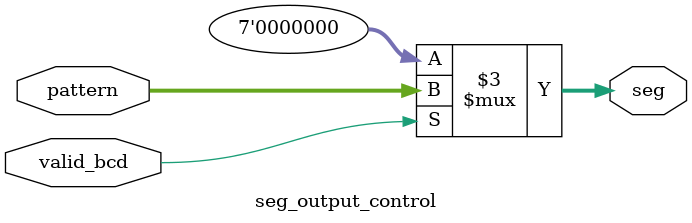
<source format=v>
module bcd_to_7seg_top(
    input [3:0] bcd,
    output [6:0] seg
);
    // Internal signals
    wire [6:0] seg_pattern;
    wire valid_bcd;
    
    // Instantiate BCD validation module
    bcd_validator bcd_validator_inst(
        .bcd(bcd),
        .valid(valid_bcd)
    );
    
    // Instantiate pattern decoder module
    bcd_pattern_decoder pattern_decoder_inst(
        .bcd(bcd),
        .pattern(seg_pattern)
    );
    
    // Instantiate output control module
    seg_output_control output_control_inst(
        .pattern(seg_pattern),
        .valid_bcd(valid_bcd),
        .seg(seg)
    );
endmodule

// BCD validation module
module bcd_validator(
    input [3:0] bcd,
    output valid
);
    // Valid BCD is 0-9 (0-1001 in binary)
    assign valid = (bcd <= 4'd9);
endmodule

// Pattern decoder module
module bcd_pattern_decoder(
    input [3:0] bcd,
    output reg [6:0] pattern
);
    // Segment pattern for each BCD digit
    // Segments: abcdefg (7 segments)
    always @(*) begin
        case(bcd)
            4'd0: pattern = 7'b0111111;  // 0
            4'd1: pattern = 7'b0000110;  // 1
            4'd2: pattern = 7'b1011011;  // 2
            4'd3: pattern = 7'b1001111;  // 3
            4'd4: pattern = 7'b1100110;  // 4
            4'd5: pattern = 7'b1101101;  // 5
            4'd6: pattern = 7'b1111101;  // 6
            4'd7: pattern = 7'b0000111;  // 7
            4'd8: pattern = 7'b1111111;  // 8
            4'd9: pattern = 7'b1101111;  // 9
            default: pattern = 7'b0000000;  // Default pattern
        endcase
    end
endmodule

// Output control module
module seg_output_control(
    input [6:0] pattern,
    input valid_bcd,
    output reg [6:0] seg
);
    // Output control logic
    always @(*) begin
        if (valid_bcd) begin
            seg = pattern;
        end else begin
            seg = 7'b0000000;
        end
    end
endmodule
</source>
